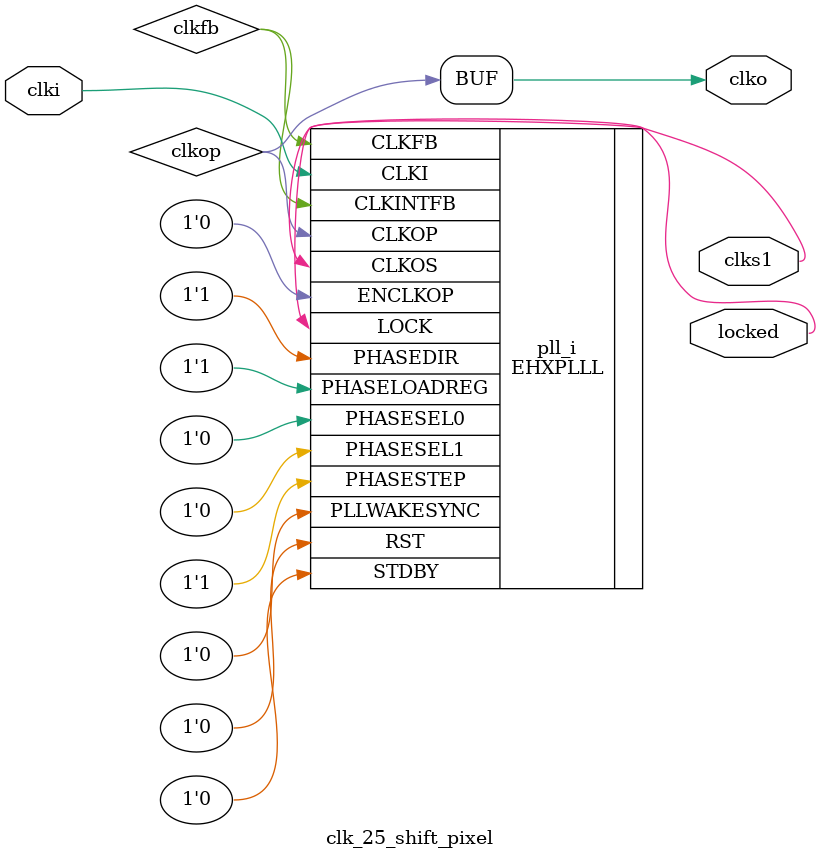
<source format=v>
module clk_25_shift_pixel
(
    input clki, // 25 MHz, 0 deg
    output clko, // 325 MHz, 0 deg
    output clks1, // 65 MHz, 0 deg
    output locked
);
wire clkfb;
wire clkos;
wire clkop;
(* ICP_CURRENT="12" *) (* LPF_RESISTOR="8" *) (* MFG_ENABLE_FILTEROPAMP="1" *) (* MFG_GMCREF_SEL="2" *)
EHXPLLL #(
        .PLLRST_ENA("DISABLED"),
        .STDBY_ENABLE("DISABLED"),
        .INTFB_WAKE("DISABLED"),
        .DPHASE_SOURCE("DISABLED"),
        .CLKOP_FPHASE(0),
        .CLKOP_CPHASE(1),
        .OUTDIVIDER_MUXA("DIVA"),
        .CLKOP_ENABLE("ENABLED"),
        .CLKOP_DIV(2),
        .CLKOS_ENABLE("ENABLED"),
        .CLKOS_DIV(10),
        .CLKOS_CPHASE(1),
        .CLKOS_FPHASE(0),
        .CLKFB_DIV(13),
        .CLKI_DIV(1),
        .FEEDBK_PATH("INT_OP")
    ) pll_i (
        .CLKI(clki),
        .CLKFB(clkfb),
        .CLKINTFB(clkfb),
        .CLKOP(clkop),
        .CLKOS(clks1),
        .RST(1'b0),
        .STDBY(1'b0),
        .PHASESEL0(1'b0),
        .PHASESEL1(1'b0),
        .PHASEDIR(1'b1),
        .PHASESTEP(1'b1),
        .PHASELOADREG(1'b1),
        .PLLWAKESYNC(1'b0),
        .ENCLKOP(1'b0),
        .LOCK(locked)
	);
assign clko = clkop;
endmodule

</source>
